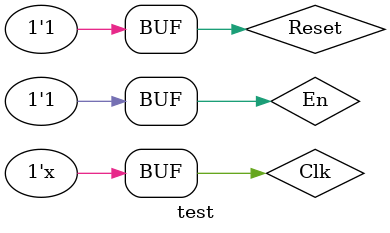
<source format=v>
`timescale 1ns / 1ps


module test;

	// Inputs
	reg Clk;
	reg Reset;
	reg En;

	// Outputs
	wire [2:0] Output;
	wire Overflow;

	// Instantiate the Unit Under Test (UUT)
	gray uut (
		.Clk(Clk), 
		.Reset(Reset), 
		.En(En), 
		.Output(Output), 
		.Overflow(Overflow)
	);

	initial begin
		// Initialize Inputs
		Clk = 0;
		Reset = 0;
		En = 0;

		// Wait 100 ns for global reset to finish
		#100;
       En=1;
		 #20 Reset = 1;
		 #10 Reset = 0;
		 #100 Reset = 1;
		// Add stimulus here

	end
     always #5 Clk=~Clk; 
endmodule


</source>
